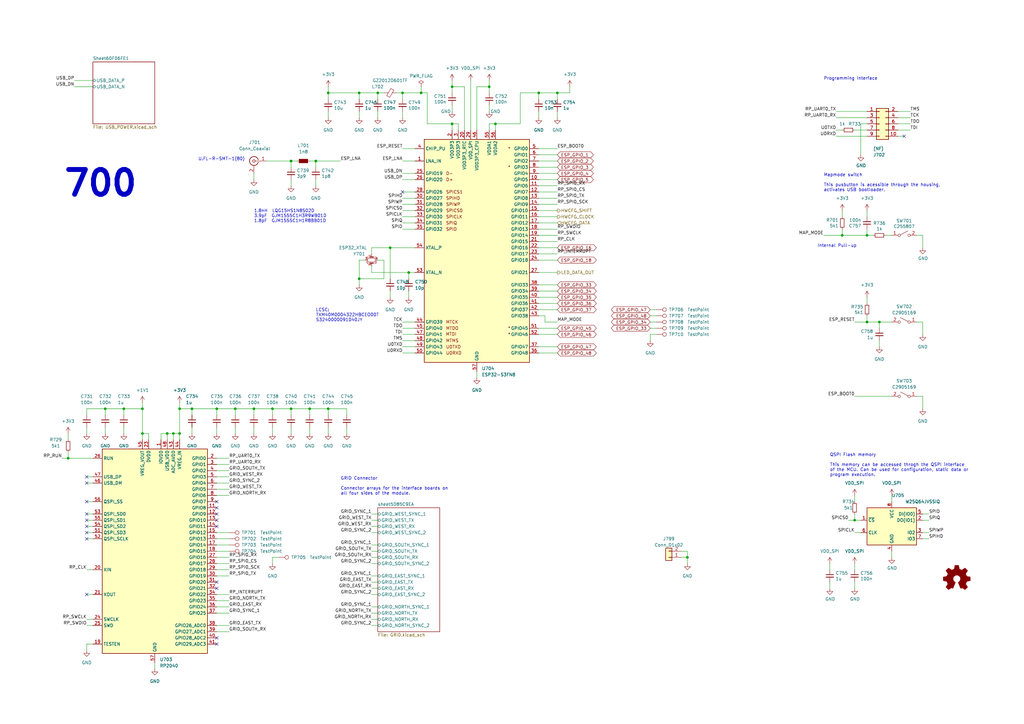
<source format=kicad_sch>
(kicad_sch (version 20230121) (generator eeschema)
  (paper "A3")
  (junction (at 88.9 167.64))
  (junction (at 129.54 66.04))
  (junction (at 220.98 38.1))
  (junction (at 71.12 177.8))
  (junction (at 147.32 38.1))
  (junction (at 58.42 177.8))
  (junction (at 172.72 38.1))
  (junction (at 167.64 111.76))
  (junction (at 73.66 177.8))
  (junction (at 147.32 114.3))
  (junction (at 127 167.64))
  (junction (at 73.66 167.64))
  (junction (at 27.94 187.96))
  (junction (at 185.42 50.8))
  (junction (at 350.52 213.36))
  (junction (at 154.94 38.1))
  (junction (at 160.02 101.6))
  (junction (at 355.6 132.08))
  (junction (at 134.62 167.64))
  (junction (at 50.8 167.64))
  (junction (at 119.38 167.64))
  (junction (at 200.66 35.56))
  (junction (at 68.58 177.8))
  (junction (at 96.52 167.64))
  (junction (at 111.76 167.64))
  (junction (at 43.18 167.64))
  (junction (at 104.14 167.64))
  (junction (at 228.6 38.1))
  (junction (at 134.62 38.1))
  (junction (at 58.42 167.64))
  (junction (at 203.2 50.8))
  (junction (at 185.42 35.56))
  (junction (at 78.74 167.64))
  (junction (at 355.6 96.52))
  (junction (at 360.68 132.08))
  (junction (at 345.44 96.52))
  (junction (at 281.94 228.6))
  (junction (at 119.38 66.04))
  (junction (at 165.1 38.1))
  (no_connect (at 370.84 55.88))
  (no_connect (at 165.1 78.74))
  (no_connect (at 35.56 210.82))
  (no_connect (at 35.56 205.74))
  (no_connect (at 35.56 213.36))
  (no_connect (at 35.56 243.84))
  (no_connect (at 35.56 220.98))
  (no_connect (at 35.56 215.9))
  (no_connect (at 35.56 218.44))
  (no_connect (at 35.56 198.12))
  (no_connect (at 35.56 195.58))
  (no_connect (at 88.9 264.16))
  (no_connect (at 88.9 261.62))
  (no_connect (at 88.9 238.76))
  (no_connect (at 88.9 241.3))
  (no_connect (at 88.9 215.9))
  (no_connect (at 88.9 213.36))
  (no_connect (at 88.9 210.82))
  (no_connect (at 88.9 208.28))
  (no_connect (at 88.9 205.74))
  (wire (pts (xy 73.66 167.64) (xy 78.74 167.64)))
  (wire (pts (xy 355.6 121.92) (xy 355.6 124.46)))
  (wire (pts (xy 35.56 198.12) (xy 38.1 198.12)))
  (wire (pts (xy 88.9 218.44) (xy 93.98 218.44)))
  (wire (pts (xy 213.36 38.1) (xy 220.98 38.1)))
  (wire (pts (xy 119.38 175.26) (xy 119.38 177.8)))
  (wire (pts (xy 58.42 180.34) (xy 58.42 177.8)))
  (wire (pts (xy 27.94 187.96) (xy 38.1 187.96)))
  (wire (pts (xy 165.1 93.98) (xy 170.18 93.98)))
  (wire (pts (xy 203.2 50.8) (xy 203.2 53.34)))
  (wire (pts (xy 360.68 139.7) (xy 360.68 142.24)))
  (wire (pts (xy 167.64 111.76) (xy 167.64 114.3)))
  (wire (pts (xy 228.6 38.1) (xy 220.98 38.1)))
  (wire (pts (xy 73.66 180.34) (xy 73.66 177.8)))
  (wire (pts (xy 154.94 228.6) (xy 152.4 228.6)))
  (wire (pts (xy 127 175.26) (xy 127 177.8)))
  (wire (pts (xy 350.52 162.56) (xy 365.76 162.56)))
  (wire (pts (xy 58.42 177.8) (xy 58.42 167.64)))
  (wire (pts (xy 88.9 231.14) (xy 93.98 231.14)))
  (wire (pts (xy 355.6 93.98) (xy 355.6 96.52)))
  (wire (pts (xy 266.7 134.62) (xy 269.24 134.62)))
  (wire (pts (xy 147.32 38.1) (xy 154.94 38.1)))
  (wire (pts (xy 104.14 175.26) (xy 104.14 177.8)))
  (wire (pts (xy 360.68 132.08) (xy 355.6 132.08)))
  (wire (pts (xy 165.1 137.16) (xy 170.18 137.16)))
  (wire (pts (xy 43.18 167.64) (xy 50.8 167.64)))
  (wire (pts (xy 63.5 271.78) (xy 63.5 274.32)))
  (wire (pts (xy 88.9 226.06) (xy 93.98 226.06)))
  (wire (pts (xy 345.44 53.34) (xy 342.9 53.34)))
  (wire (pts (xy 233.68 35.56) (xy 233.68 38.1)))
  (wire (pts (xy 96.52 170.18) (xy 96.52 167.64)))
  (wire (pts (xy 220.98 106.68) (xy 228.6 106.68)))
  (wire (pts (xy 154.94 218.44) (xy 152.4 218.44)))
  (wire (pts (xy 152.4 104.14) (xy 152.4 101.6)))
  (wire (pts (xy 88.9 220.98) (xy 93.98 220.98)))
  (wire (pts (xy 220.98 63.5) (xy 228.6 63.5)))
  (wire (pts (xy 134.62 45.72) (xy 134.62 48.26)))
  (wire (pts (xy 220.98 119.38) (xy 228.6 119.38)))
  (wire (pts (xy 154.94 106.68) (xy 157.48 106.68)))
  (wire (pts (xy 203.2 50.8) (xy 213.36 50.8)))
  (wire (pts (xy 165.1 86.36) (xy 170.18 86.36)))
  (wire (pts (xy 160.02 101.6) (xy 170.18 101.6)))
  (wire (pts (xy 35.56 195.58) (xy 38.1 195.58)))
  (wire (pts (xy 88.9 246.38) (xy 93.98 246.38)))
  (wire (pts (xy 152.4 111.76) (xy 167.64 111.76)))
  (wire (pts (xy 279.4 228.6) (xy 281.94 228.6)))
  (wire (pts (xy 134.62 175.26) (xy 134.62 177.8)))
  (wire (pts (xy 353.06 50.8) (xy 353.06 63.5)))
  (wire (pts (xy 96.52 175.26) (xy 96.52 177.8)))
  (wire (pts (xy 88.9 248.92) (xy 93.98 248.92)))
  (wire (pts (xy 355.6 86.36) (xy 355.6 88.9)))
  (wire (pts (xy 365.76 203.2) (xy 365.76 205.74)))
  (wire (pts (xy 266.7 132.08) (xy 269.24 132.08)))
  (wire (pts (xy 35.56 210.82) (xy 38.1 210.82)))
  (wire (pts (xy 165.1 38.1) (xy 172.72 38.1)))
  (wire (pts (xy 220.98 144.78) (xy 228.6 144.78)))
  (wire (pts (xy 350.52 203.2) (xy 350.52 205.74)))
  (wire (pts (xy 88.9 187.96) (xy 93.98 187.96)))
  (wire (pts (xy 378.46 162.56) (xy 375.92 162.56)))
  (wire (pts (xy 220.98 88.9) (xy 228.6 88.9)))
  (wire (pts (xy 35.56 220.98) (xy 38.1 220.98)))
  (wire (pts (xy 220.98 101.6) (xy 228.6 101.6)))
  (wire (pts (xy 378.46 218.44) (xy 381 218.44)))
  (wire (pts (xy 154.94 45.72) (xy 154.94 48.26)))
  (wire (pts (xy 35.56 213.36) (xy 38.1 213.36)))
  (wire (pts (xy 172.72 38.1) (xy 175.26 38.1)))
  (wire (pts (xy 88.9 259.08) (xy 93.98 259.08)))
  (wire (pts (xy 337.82 96.52) (xy 345.44 96.52)))
  (wire (pts (xy 35.56 233.68) (xy 38.1 233.68)))
  (wire (pts (xy 195.58 35.56) (xy 195.58 53.34)))
  (wire (pts (xy 104.14 170.18) (xy 104.14 167.64)))
  (wire (pts (xy 165.1 83.82) (xy 170.18 83.82)))
  (wire (pts (xy 147.32 106.68) (xy 149.86 106.68)))
  (wire (pts (xy 220.98 129.54) (xy 223.52 129.54)))
  (wire (pts (xy 88.9 223.52) (xy 93.98 223.52)))
  (wire (pts (xy 167.64 119.38) (xy 167.64 121.92)))
  (wire (pts (xy 68.58 177.8) (xy 71.12 177.8)))
  (wire (pts (xy 187.96 53.34) (xy 187.96 50.8)))
  (wire (pts (xy 345.44 93.98) (xy 345.44 96.52)))
  (wire (pts (xy 350.52 231.14) (xy 350.52 233.68)))
  (wire (pts (xy 154.94 223.52) (xy 152.4 223.52)))
  (wire (pts (xy 172.72 35.56) (xy 172.72 38.1)))
  (wire (pts (xy 88.9 200.66) (xy 93.98 200.66)))
  (wire (pts (xy 378.46 96.52) (xy 378.46 101.6)))
  (wire (pts (xy 165.1 142.24) (xy 170.18 142.24)))
  (wire (pts (xy 223.52 132.08) (xy 228.6 132.08)))
  (wire (pts (xy 111.76 167.64) (xy 119.38 167.64)))
  (wire (pts (xy 152.4 101.6) (xy 160.02 101.6)))
  (wire (pts (xy 35.56 175.26) (xy 35.56 177.8)))
  (wire (pts (xy 165.1 91.44) (xy 170.18 91.44)))
  (wire (pts (xy 154.94 241.3) (xy 152.4 241.3)))
  (wire (pts (xy 58.42 165.1) (xy 58.42 167.64)))
  (wire (pts (xy 228.6 60.96) (xy 220.98 60.96)))
  (wire (pts (xy 147.32 114.3) (xy 147.32 116.84)))
  (wire (pts (xy 134.62 167.64) (xy 142.24 167.64)))
  (wire (pts (xy 220.98 83.82) (xy 228.6 83.82)))
  (wire (pts (xy 109.22 66.04) (xy 119.38 66.04)))
  (wire (pts (xy 165.1 144.78) (xy 170.18 144.78)))
  (wire (pts (xy 88.9 198.12) (xy 93.98 198.12)))
  (wire (pts (xy 350.52 213.36) (xy 347.98 213.36)))
  (wire (pts (xy 88.9 228.6) (xy 93.98 228.6)))
  (wire (pts (xy 35.56 256.54) (xy 38.1 256.54)))
  (wire (pts (xy 375.92 96.52) (xy 378.46 96.52)))
  (wire (pts (xy 350.52 132.08) (xy 355.6 132.08)))
  (wire (pts (xy 213.36 38.1) (xy 213.36 50.8)))
  (wire (pts (xy 88.9 170.18) (xy 88.9 167.64)))
  (wire (pts (xy 378.46 210.82) (xy 381 210.82)))
  (wire (pts (xy 281.94 226.06) (xy 279.4 226.06)))
  (wire (pts (xy 73.66 177.8) (xy 73.66 167.64)))
  (wire (pts (xy 165.1 81.28) (xy 170.18 81.28)))
  (wire (pts (xy 154.94 213.36) (xy 152.4 213.36)))
  (wire (pts (xy 355.6 129.54) (xy 355.6 132.08)))
  (wire (pts (xy 228.6 45.72) (xy 228.6 48.26)))
  (wire (pts (xy 353.06 218.44) (xy 350.52 218.44)))
  (wire (pts (xy 165.1 45.72) (xy 165.1 48.26)))
  (wire (pts (xy 190.5 35.56) (xy 190.5 53.34)))
  (wire (pts (xy 368.3 45.72) (xy 373.38 45.72)))
  (wire (pts (xy 185.42 35.56) (xy 185.42 38.1)))
  (wire (pts (xy 266.7 137.16) (xy 269.24 137.16)))
  (wire (pts (xy 88.9 251.46) (xy 93.98 251.46)))
  (wire (pts (xy 370.84 55.88) (xy 368.3 55.88)))
  (wire (pts (xy 35.56 254) (xy 38.1 254)))
  (wire (pts (xy 165.1 60.96) (xy 170.18 60.96)))
  (wire (pts (xy 142.24 175.26) (xy 142.24 177.8)))
  (wire (pts (xy 43.18 170.18) (xy 43.18 167.64)))
  (wire (pts (xy 88.9 203.2) (xy 93.98 203.2)))
  (wire (pts (xy 129.54 66.04) (xy 127 66.04)))
  (wire (pts (xy 200.66 50.8) (xy 203.2 50.8)))
  (wire (pts (xy 111.76 175.26) (xy 111.76 177.8)))
  (wire (pts (xy 200.66 50.8) (xy 200.66 53.34)))
  (wire (pts (xy 119.38 66.04) (xy 121.92 66.04)))
  (wire (pts (xy 154.94 226.06) (xy 152.4 226.06)))
  (wire (pts (xy 160.02 119.38) (xy 160.02 121.92)))
  (wire (pts (xy 88.9 243.84) (xy 93.98 243.84)))
  (wire (pts (xy 88.9 256.54) (xy 93.98 256.54)))
  (wire (pts (xy 355.6 53.34) (xy 350.52 53.34)))
  (wire (pts (xy 154.94 238.76) (xy 152.4 238.76)))
  (wire (pts (xy 165.1 134.62) (xy 170.18 134.62)))
  (wire (pts (xy 154.94 231.14) (xy 152.4 231.14)))
  (wire (pts (xy 378.46 167.64) (xy 378.46 162.56)))
  (wire (pts (xy 88.9 175.26) (xy 88.9 177.8)))
  (wire (pts (xy 147.32 38.1) (xy 147.32 40.64)))
  (wire (pts (xy 281.94 228.6) (xy 281.94 226.06)))
  (wire (pts (xy 185.42 43.18) (xy 185.42 45.72)))
  (wire (pts (xy 119.38 170.18) (xy 119.38 167.64)))
  (wire (pts (xy 104.14 71.12) (xy 104.14 73.66)))
  (wire (pts (xy 68.58 177.8) (xy 68.58 180.34)))
  (wire (pts (xy 35.56 170.18) (xy 35.56 167.64)))
  (wire (pts (xy 154.94 40.64) (xy 154.94 38.1)))
  (wire (pts (xy 185.42 50.8) (xy 175.26 50.8)))
  (wire (pts (xy 368.3 50.8) (xy 373.38 50.8)))
  (wire (pts (xy 220.98 137.16) (xy 228.6 137.16)))
  (wire (pts (xy 165.1 139.7) (xy 170.18 139.7)))
  (wire (pts (xy 154.94 243.84) (xy 152.4 243.84)))
  (wire (pts (xy 71.12 177.8) (xy 71.12 180.34)))
  (wire (pts (xy 342.9 48.26) (xy 355.6 48.26)))
  (wire (pts (xy 88.9 233.68) (xy 93.98 233.68)))
  (wire (pts (xy 378.46 132.08) (xy 375.92 132.08)))
  (wire (pts (xy 154.94 236.22) (xy 152.4 236.22)))
  (wire (pts (xy 233.68 38.1) (xy 228.6 38.1)))
  (wire (pts (xy 35.56 167.64) (xy 43.18 167.64)))
  (wire (pts (xy 88.9 190.5) (xy 93.98 190.5)))
  (wire (pts (xy 342.9 45.72) (xy 355.6 45.72)))
  (wire (pts (xy 340.36 241.3) (xy 340.36 238.76)))
  (wire (pts (xy 60.96 180.34) (xy 60.96 177.8)))
  (wire (pts (xy 281.94 231.14) (xy 281.94 228.6)))
  (wire (pts (xy 96.52 167.64) (xy 104.14 167.64)))
  (wire (pts (xy 104.14 167.64) (xy 111.76 167.64)))
  (wire (pts (xy 27.94 185.42) (xy 27.94 187.96)))
  (wire (pts (xy 190.5 35.56) (xy 185.42 35.56)))
  (wire (pts (xy 220.98 38.1) (xy 220.98 40.64)))
  (wire (pts (xy 340.36 231.14) (xy 340.36 233.68)))
  (wire (pts (xy 35.56 215.9) (xy 38.1 215.9)))
  (wire (pts (xy 43.18 175.26) (xy 43.18 177.8)))
  (wire (pts (xy 165.1 88.9) (xy 170.18 88.9)))
  (wire (pts (xy 35.56 264.16) (xy 35.56 266.7)))
  (wire (pts (xy 127 167.64) (xy 134.62 167.64)))
  (wire (pts (xy 200.66 35.56) (xy 200.66 38.1)))
  (wire (pts (xy 154.94 256.54) (xy 152.4 256.54)))
  (wire (pts (xy 170.18 71.12) (xy 165.1 71.12)))
  (wire (pts (xy 152.4 210.82) (xy 154.94 210.82)))
  (wire (pts (xy 220.98 127) (xy 228.6 127)))
  (wire (pts (xy 152.4 111.76) (xy 152.4 109.22)))
  (wire (pts (xy 220.98 78.74) (xy 228.6 78.74)))
  (wire (pts (xy 147.32 45.72) (xy 147.32 48.26)))
  (wire (pts (xy 365.76 228.6) (xy 365.76 226.06)))
  (wire (pts (xy 220.98 93.98) (xy 228.6 93.98)))
  (wire (pts (xy 185.42 33.02) (xy 185.42 35.56)))
  (wire (pts (xy 134.62 170.18) (xy 134.62 167.64)))
  (wire (pts (xy 345.44 96.52) (xy 355.6 96.52)))
  (wire (pts (xy 154.94 248.92) (xy 152.4 248.92)))
  (wire (pts (xy 154.94 251.46) (xy 152.4 251.46)))
  (wire (pts (xy 50.8 167.64) (xy 58.42 167.64)))
  (wire (pts (xy 142.24 170.18) (xy 142.24 167.64)))
  (wire (pts (xy 220.98 71.12) (xy 228.6 71.12)))
  (wire (pts (xy 88.9 167.64) (xy 96.52 167.64)))
  (wire (pts (xy 378.46 213.36) (xy 381 213.36)))
  (wire (pts (xy 88.9 236.22) (xy 93.98 236.22)))
  (wire (pts (xy 165.1 78.74) (xy 170.18 78.74)))
  (wire (pts (xy 175.26 38.1) (xy 175.26 50.8)))
  (wire (pts (xy 35.56 243.84) (xy 38.1 243.84)))
  (wire (pts (xy 195.58 35.56) (xy 200.66 35.56)))
  (wire (pts (xy 88.9 193.04) (xy 93.98 193.04)))
  (wire (pts (xy 193.04 33.02) (xy 193.04 53.34)))
  (wire (pts (xy 220.98 134.62) (xy 228.6 134.62)))
  (wire (pts (xy 378.46 220.98) (xy 381 220.98)))
  (wire (pts (xy 129.54 66.04) (xy 139.7 66.04)))
  (wire (pts (xy 220.98 81.28) (xy 228.6 81.28)))
  (wire (pts (xy 353.06 50.8) (xy 355.6 50.8)))
  (wire (pts (xy 25.4 187.96) (xy 27.94 187.96)))
  (wire (pts (xy 266.7 129.54) (xy 269.24 129.54)))
  (wire (pts (xy 119.38 66.04) (xy 119.38 68.58)))
  (wire (pts (xy 228.6 38.1) (xy 228.6 40.64)))
  (wire (pts (xy 373.38 48.26) (xy 368.3 48.26)))
  (wire (pts (xy 50.8 167.64) (xy 50.8 170.18)))
  (wire (pts (xy 170.18 73.66) (xy 165.1 73.66)))
  (wire (pts (xy 157.48 114.3) (xy 147.32 114.3)))
  (wire (pts (xy 147.32 114.3) (xy 147.32 106.68)))
  (wire (pts (xy 129.54 68.58) (xy 129.54 66.04)))
  (wire (pts (xy 35.56 205.74) (xy 38.1 205.74)))
  (wire (pts (xy 160.02 101.6) (xy 160.02 114.3)))
  (wire (pts (xy 220.98 86.36) (xy 228.6 86.36)))
  (wire (pts (xy 373.38 53.34) (xy 368.3 53.34)))
  (wire (pts (xy 78.74 175.26) (xy 78.74 177.8)))
  (wire (pts (xy 220.98 116.84) (xy 228.6 116.84)))
  (wire (pts (xy 71.12 177.8) (xy 73.66 177.8)))
  (wire (pts (xy 220.98 68.58) (xy 228.6 68.58)))
  (wire (pts (xy 345.44 86.36) (xy 345.44 88.9)))
  (wire (pts (xy 134.62 35.56) (xy 134.62 38.1)))
  (wire (pts (xy 350.52 241.3) (xy 350.52 238.76)))
  (wire (pts (xy 200.66 33.02) (xy 200.66 35.56)))
  (wire (pts (xy 266.7 139.7) (xy 266.7 137.16)))
  (wire (pts (xy 220.98 96.52) (xy 228.6 96.52)))
  (wire (pts (xy 195.58 152.4) (xy 195.58 154.94)))
  (wire (pts (xy 365.76 132.08) (xy 360.68 132.08)))
  (wire (pts (xy 38.1 33.02) (xy 30.48 33.02)))
  (wire (pts (xy 220.98 111.76) (xy 228.6 111.76)))
  (wire (pts (xy 78.74 167.64) (xy 88.9 167.64)))
  (wire (pts (xy 127 170.18) (xy 127 167.64)))
  (wire (pts (xy 119.38 73.66) (xy 119.38 76.2)))
  (wire (pts (xy 165.1 66.04) (xy 170.18 66.04)))
  (wire (pts (xy 220.98 142.24) (xy 228.6 142.24)))
  (wire (pts (xy 355.6 96.52) (xy 358.14 96.52)))
  (wire (pts (xy 88.9 195.58) (xy 93.98 195.58)))
  (wire (pts (xy 60.96 177.8) (xy 58.42 177.8)))
  (wire (pts (xy 50.8 175.26) (xy 50.8 177.8)))
  (wire (pts (xy 187.96 50.8) (xy 185.42 50.8)))
  (wire (pts (xy 154.94 38.1) (xy 157.48 38.1)))
  (wire (pts (xy 165.1 38.1) (xy 165.1 40.64)))
  (wire (pts (xy 78.74 167.64) (xy 78.74 170.18)))
  (wire (pts (xy 157.48 106.68) (xy 157.48 114.3)))
  (wire (pts (xy 220.98 73.66) (xy 228.6 73.66)))
  (wire (pts (xy 220.98 99.06) (xy 228.6 99.06)))
  (wire (pts (xy 27.94 177.8) (xy 27.94 180.34)))
  (wire (pts (xy 167.64 111.76) (xy 170.18 111.76)))
  (wire (pts (xy 111.76 170.18) (xy 111.76 167.64)))
  (wire (pts (xy 220.98 45.72) (xy 220.98 48.26)))
  (wire (pts (xy 220.98 124.46) (xy 228.6 124.46)))
  (wire (pts (xy 266.7 127) (xy 269.24 127)))
  (wire (pts (xy 66.04 180.34) (xy 66.04 177.8)))
  (wire (pts (xy 129.54 73.66) (xy 129.54 76.2)))
  (wire (pts (xy 152.4 215.9) (xy 154.94 215.9)))
  (wire (pts (xy 35.56 218.44) (xy 38.1 218.44)))
  (wire (pts (xy 119.38 167.64) (xy 127 167.64)))
  (wire (pts (xy 30.48 35.56) (xy 38.1 35.56)))
  (wire (pts (xy 220.98 66.04) (xy 228.6 66.04)))
  (wire (pts (xy 220.98 91.44) (xy 228.6 91.44)))
  (wire (pts (xy 220.98 121.92) (xy 228.6 121.92)))
  (wire (pts (xy 353.06 213.36) (xy 350.52 213.36)))
  (wire (pts (xy 154.94 254) (xy 152.4 254)))
  (wire (pts (xy 378.46 137.16) (xy 378.46 132.08)))
  (wire (pts (xy 73.66 165.1) (xy 73.66 167.64)))
  (wire (pts (xy 342.9 55.88) (xy 355.6 55.88)))
  (wire (pts (xy 162.56 38.1) (xy 165.1 38.1)))
  (wire (pts (xy 111.76 231.14) (xy 111.76 228.6)))
  (wire (pts (xy 200.66 43.18) (xy 200.66 45.72)))
  (wire (pts (xy 134.62 38.1) (xy 134.62 40.64)))
  (wire (pts (xy 185.42 50.8) (xy 185.42 53.34)))
  (wire (pts (xy 360.68 132.08) (xy 360.68 134.62)))
  (wire (pts (xy 350.52 210.82) (xy 350.52 213.36)))
  (wire (pts (xy 66.04 177.8) (xy 68.58 177.8)))
  (wire (pts (xy 35.56 264.16) (xy 38.1 264.16)))
  (wire (pts (xy 363.22 96.52) (xy 365.76 96.52)))
  (wire (pts (xy 165.1 132.08) (xy 170.18 132.08)))
  (wire (pts (xy 220.98 76.2) (xy 228.6 76.2)))
  (wire (pts (xy 220.98 104.14) (xy 228.6 104.14)))
  (wire (pts (xy 111.76 228.6) (xy 114.3 228.6)))
  (wire (pts (xy 134.62 38.1) (xy 147.32 38.1)))
  (wire (pts (xy 223.52 129.54) (xy 223.52 132.08)))
  (text "Mapmode switch\n\nThis pusbutton is acessible through the housing, \nactivates USB bootloader." (at 337.82 78.74 0) (effects (font (size 1.27 1.27)) (justify left bottom)))
  (text "700" (at 25.4 81.28 0) (effects (font (size 10.16 10.16) (thickness 2.032) bold) (justify left bottom)))
  (text "LCSC:\nTXM40M0004322HBCEO00T\nS3240000091040JY" (at 129.54 132.08 0) (effects (font (size 1.27 1.27)) (justify left bottom)))
  (text "1.8nH  LQG15HS1N8S02D\n3.9pF  GJM1555C1H3R9WB01D\n1.8pF  GJM1555C1H1R8BB01D" (at 104.14 91.44 0) (effects (font (size 1.27 1.27)) (justify left bottom)))
  (text "QSPI Flash memory\n\nThis memory can be accessed throgh the QSPI interface\nof the MCU. Can be used for configuration, static data or\nprogram execution." (at 340.36 195.58 0) (effects (font (size 1.27 1.27)) (justify left bottom)))
  (text "Internal Pull-up" (at 335.28 101.6 0) (effects (font (size 1.27 1.27)) (justify left bottom)))
  (text "GRID Connector\n\nConnector arrays for the interface boards on \nall four sides of the module." (at 139.7 203.2 0) (effects (font (size 1.27 1.27)) (justify left bottom)))
  (text "U.FL-R-SMT-1(80) " (at 81.28 66.04 0) (effects (font (size 1.27 1.27)) (justify left bottom)))
  (text "Programming Interface\n" (at 337.82 33.02 0) (effects (font (size 1.27 1.27)) (justify left bottom)))
  (label "RP_SPI0_CS" (at 93.98 231.14 0))
  (label "GRID_SYNC_1" (at 152.4 223.52 180))
  (label "GRID_EAST_TX" (at 93.98 256.54 0))
  (label "RP_SPI0_RX" (at 93.98 228.6 0))
  (label "GRID_SOUTH_TX" (at 152.4 226.06 180))
  (label "SPICS0" (at 165.1 86.36 180))
  (label "GRID_SYNC_2" (at 152.4 218.44 180))
  (label "GRID_NORTH_TX" (at 93.98 246.38 0))
  (label "GRID_NORTH_TX" (at 152.4 251.46 180))
  (label "GRID_SYNC_2" (at 152.4 256.54 180))
  (label "MAP_MODE" (at 337.82 96.52 180))
  (label "U0TXD" (at 165.1 142.24 180))
  (label "SPICS0" (at 347.98 213.36 180))
  (label "TMS" (at 165.1 139.7 180))
  (label "TCK" (at 165.1 132.08 180))
  (label "GRID_NORTH_RX" (at 93.98 203.2 0))
  (label "RP_SWCLK" (at 35.56 254 180))
  (label "RP_SPI0_RX" (at 228.6 76.2 0))
  (label "GRID_SYNC_1" (at 152.4 210.82 180))
  (label "SPIQ" (at 165.1 91.44 180))
  (label "RP_SPI0_TX" (at 93.98 236.22 0))
  (label "GRID_SYNC_1" (at 152.4 236.22 180))
  (label "U0RXD" (at 165.1 144.78 180))
  (label "TDO" (at 165.1 134.62 180))
  (label "U0RXD" (at 342.9 55.88 180))
  (label "GRID_SOUTH_RX" (at 93.98 259.08 0))
  (label "GRID_SYNC_2" (at 152.4 243.84 180))
  (label "SPIQ" (at 381 213.36 0))
  (label "RP_SPI0_TX" (at 228.6 81.28 0))
  (label "GRID_WEST_RX" (at 152.4 215.9 180))
  (label "GRID_WEST_RX" (at 93.98 195.58 0))
  (label "RP_SWDIO" (at 228.6 93.98 0))
  (label "RP_SWDIO" (at 35.56 256.54 180))
  (label "RP_CLK" (at 35.56 233.68 180))
  (label "RP_SWCLK" (at 228.6 96.52 0))
  (label "RP_SPI0_SCK" (at 93.98 233.68 0))
  (label "RP_UART0_TX" (at 93.98 187.96 0))
  (label "SPID" (at 165.1 93.98 180))
  (label "U0TXD" (at 342.9 53.34 180))
  (label "SPID" (at 381 210.82 0))
  (label "ESP_BOOT0" (at 228.6 60.96 0))
  (label "TDO" (at 373.38 50.8 0))
  (label "TDI" (at 165.1 137.16 180))
  (label "GRID_WEST_TX" (at 93.98 200.66 0))
  (label "RP_INTERRUPT" (at 228.6 104.14 0))
  (label "RP_SPI0_SCK" (at 228.6 83.82 0))
  (label "GRID_EAST_RX" (at 93.98 248.92 0))
  (label "USB_DN" (at 165.1 71.12 180))
  (label "USB_DN" (at 30.48 35.56 180))
  (label "SPIHD" (at 165.1 81.28 180))
  (label "ESP_RESET" (at 165.1 60.96 180))
  (label "TMS" (at 373.38 45.72 0))
  (label "SPIHD" (at 381 220.98 0))
  (label "ESP_LNA" (at 139.7 66.04 0))
  (label "ESP_BOOT0" (at 350.52 162.56 180))
  (label "RP_UART0_TX" (at 342.9 45.72 180))
  (label "RP_INTERRUPT" (at 93.98 243.84 0))
  (label "GRID_EAST_RX" (at 152.4 241.3 180))
  (label "USB_DP" (at 165.1 73.66 180))
  (label "GRID_SOUTH_TX" (at 93.98 193.04 0))
  (label "GRID_EAST_TX" (at 152.4 238.76 180))
  (label "SPICLK" (at 350.52 218.44 180))
  (label "RP_SPI0_CS" (at 228.6 78.74 0))
  (label "RP_UART0_RX" (at 342.9 48.26 180))
  (label "TCK" (at 373.38 48.26 0))
  (label "RP_RUN" (at 25.4 187.96 180))
  (label "RP_CLK" (at 228.6 99.06 0))
  (label "TDI" (at 373.38 53.34 0))
  (label "GRID_SYNC_1" (at 93.98 251.46 0))
  (label "ESP_RESET" (at 350.52 132.08 180))
  (label "GRID_SOUTH_RX" (at 152.4 228.6 180))
  (label "SPIWP" (at 165.1 83.82 180))
  (label "MAP_MODE" (at 228.6 132.08 0))
  (label "USB_DP" (at 30.48 33.02 180))
  (label "SPICLK" (at 165.1 88.9 180))
  (label "ESP_LNA" (at 165.1 66.04 180))
  (label "GRID_SYNC_1" (at 152.4 248.92 180))
  (label "RP_UART0_RX" (at 93.98 190.5 0))
  (label "SPIWP" (at 381 218.44 0))
  (label "GRID_NORTH_RX" (at 152.4 254 180))
  (label "GRID_SYNC_2" (at 93.98 198.12 0))
  (label "GRID_SYNC_2" (at 152.4 231.14 180))
  (label "GRID_WEST_TX" (at 152.4 213.36 180))
  (global_label "ESP_GPIO_33" (shape bidirectional) (at 228.6 116.84 0) (property "Intersheetrefs" "${INTERSHEET_REFS}" (effects hide)))
  (global_label "ESP_GPIO_16" (shape bidirectional) (at 228.6 101.6 0) (property "Intersheetrefs" "${INTERSHEET_REFS}" (effects hide)))
  (global_label "ESP_GPIO_34" (shape bidirectional) (at 266.7 132.08 180) (property "Intersheetrefs" "${INTERSHEET_REFS}" (effects hide)))
  (global_label "ESP_GPIO_47" (shape bidirectional) (at 266.7 127 180) (property "Intersheetrefs" "${INTERSHEET_REFS}" (effects hide)))
  (global_label "ESP_GPIO_48" (shape bidirectional) (at 228.6 144.78 0) (property "Intersheetrefs" "${INTERSHEET_REFS}" (effects hide)))
  (global_label "ESP_GPIO_2" (shape bidirectional) (at 228.6 66.04 0) (property "Intersheetrefs" "${INTERSHEET_REFS}" (effects hide)))
  (global_label "ESP_GPIO_4" (shape bidirectional) (at 228.6 71.12 0) (property "Intersheetrefs" "${INTERSHEET_REFS}" (effects hide)))
  (global_label "ESP_GPIO_1" (shape bidirectional) (at 228.6 63.5 0) (property "Intersheetrefs" "${INTERSHEET_REFS}" (effects hide)))
  (global_label "ESP_GPIO_45" (shape bidirectional) (at 228.6 134.62 0) (property "Intersheetrefs" "${INTERSHEET_REFS}" (effects hide)))
  (global_label "ESP_GPIO_36" (shape bidirectional) (at 228.6 124.46 0) (property "Intersheetrefs" "${INTERSHEET_REFS}" (effects hide)))
  (global_label "ESP_GPIO_18" (shape bidirectional) (at 228.6 106.68 0) (property "Intersheetrefs" "${INTERSHEET_REFS}" (effects hide)))
  (global_label "ESP_GPIO_5" (shape bidirectional) (at 228.6 73.66 0) (property "Intersheetrefs" "${INTERSHEET_REFS}" (effects hide)))
  (global_label "ESP_GPIO_46" (shape bidirectional) (at 228.6 137.16 0) (property "Intersheetrefs" "${INTERSHEET_REFS}" (effects hide)))
  (global_label "ESP_GPIO_48" (shape bidirectional) (at 266.7 129.54 180) (property "Intersheetrefs" "${INTERSHEET_REFS}" (effects hide)))
  (global_label "ESP_GPIO_33" (shape bidirectional) (at 266.7 134.62 180) (property "Intersheetrefs" "${INTERSHEET_REFS}" (effects hide)))
  (global_label "ESP_GPIO_35" (shape bidirectional) (at 228.6 121.92 0) (property "Intersheetrefs" "${INTERSHEET_REFS}" (effects hide)))
  (global_label "ESP_GPIO_34" (shape bidirectional) (at 228.6 119.38 0) (property "Intersheetrefs" "${INTERSHEET_REFS}" (effects hide)))
  (global_label "ESP_GPIO_3" (shape bidirectional) (at 228.6 68.58 0) (property "Intersheetrefs" "${INTERSHEET_REFS}" (effects hide)))
  (global_label "ESP_GPIO_47" (shape bidirectional) (at 228.6 142.24 0) (property "Intersheetrefs" "${INTERSHEET_REFS}" (effects hide)))
  (global_label "ESP_GPIO_37" (shape bidirectional) (at 228.6 127 0) (property "Intersheetrefs" "${INTERSHEET_REFS}" (effects hide)))
  (hierarchical_label "HWCFG_CLOCK" (shape output) (at 228.6 88.9 0))
  (hierarchical_label "HWCFG_DATA" (shape input) (at 228.6 91.44 0))
  (hierarchical_label "HWCFG_SHIFT" (shape output) (at 228.6 86.36 0))
  (hierarchical_label "LED_DATA_OUT" (shape output) (at 228.6 111.76 0))
  (symbol (lib_id "suku_basics:U_FLASH_W25Q16JVSSIQ") (at 365.76 215.9 0) (unit 1)
    (property "Reference" "U705" (at 368.3 203.2 0))
    (property "Value" "W25Q64JVSSIQ" (at 378.46 205.74 0))
    (property "Footprint" "suku_basics:SOIC-8W_FLASH" (effects hide))
    (property "Datasheet" "http://www.winbond.com/resource-files/w25q32jv%20revg%2003272018%20plus.pdf" (effects hide))
  )
  (symbol (lib_id "suku_basics:CAP") (at 350.52 236.22 0) (unit 1)
    (property "Reference" "C756" (at 352.8568 235.0516 0) (effects (justify left)))
    (property "Value" "100n" (at 352.8568 237.363 0) (effects (justify left)))
    (property "Footprint" "suku_basics:CAP_0402" (effects hide))
  )
  (symbol (lib_id "power:GND") (at 365.76 228.6 0) (unit 1)
    (property "Reference" "#PWR0843" (effects hide))
    (property "Value" "GND" (at 365.887 232.9942 0))
  )
  (symbol (lib_id "power:GND") (at 350.52 241.3 0) (unit 1)
    (property "Reference" "#PWR0838" (effects hide))
    (property "Value" "GND" (at 350.647 245.6942 0))
  )
  (symbol (lib_id "Switch:SW_SPST") (at 370.84 96.52 0) (unit 1)
    (property "Reference" "SW701" (at 370.84 90.551 0))
    (property "Value" "C255807" (at 370.84 92.8624 0))
    (property "Footprint" "suku_basics:SW_HYP_MAPMODE" (effects hide))
  )
  (symbol (lib_id "suku_basics:RES") (at 360.68 96.52 270) (unit 1)
    (property "Reference" "R736" (at 360.68 91.5416 90))
    (property "Value" "1k" (at 360.68 93.853 90))
    (property "Footprint" "suku_basics:RES_0402" (effects hide))
  )
  (symbol (lib_id "power:GND") (at 378.46 101.6 0) (unit 1)
    (property "Reference" "#PWR0844" (effects hide))
    (property "Value" "GND" (at 378.587 105.9942 0))
  )
  (symbol (lib_id "suku_basics:CAP") (at 355.6 91.44 180) (unit 1)
    (property "Reference" "C757" (at 353.2632 92.6084 0) (effects (justify left)))
    (property "Value" "100n" (at 353.2632 90.297 0) (effects (justify left)))
    (property "Footprint" "suku_basics:CAP_0402" (effects hide))
  )
  (symbol (lib_id "Connector:TestPoint") (at 269.24 137.16 270) (unit 1)
    (property "Reference" "TP710" (at 274.32 137.16 90) (effects (justify left)))
    (property "Value" "TestPoint" (at 281.94 137.16 90) (effects (justify left)))
    (property "Footprint" "TestPoint:TestPoint_Pad_1.0x1.0mm" (effects hide))
  )
  (symbol (lib_id "Connector:TestPoint") (at 93.98 226.06 270) (unit 1)
    (property "Reference" "TP704" (at 99.06 226.06 90) (effects (justify left)))
    (property "Value" "TestPoint" (at 106.68 226.06 90) (effects (justify left)))
    (property "Footprint" "TestPoint:TestPoint_Pad_D1.0mm" (effects hide))
  )
  (symbol (lib_id "suku_basics:CAP") (at 142.24 172.72 0) (unit 1)
    (property "Reference" "C745" (at 139.7 162.56 0) (effects (justify left)))
    (property "Value" "100n" (at 139.7 165.1 0) (effects (justify left)))
    (property "Footprint" "suku_basics:CAP_0402" (effects hide))
  )
  (symbol (lib_id "suku_basics:CAP") (at 200.66 40.64 0) (unit 1)
    (property "Reference" "C752" (at 202.9968 39.4716 0) (effects (justify left)))
    (property "Value" "100n" (at 202.9968 41.783 0) (effects (justify left)))
    (property "Footprint" "suku_basics:CAP_0402" (effects hide))
  )
  (symbol (lib_id "power:GND") (at 63.5 274.32 0) (unit 1)
    (property "Reference" "#PWR0799" (effects hide))
    (property "Value" "GND" (at 63.5 279.4 0))
  )
  (symbol (lib_id "power:GND") (at 43.18 177.8 0) (unit 1)
    (property "Reference" "#PWR0796" (effects hide))
    (property "Value" "GND" (at 43.18 182.88 0))
  )
  (symbol (lib_id "power:+3V3") (at 355.6 121.92 0) (unit 1)
    (property "Reference" "#PWR0835" (effects hide))
    (property "Value" "+3V3" (at 355.6 116.84 0))
  )
  (symbol (lib_id "suku_basics:VDD_SPI") (at 365.76 203.2 0) (unit 1)
    (property "Reference" "#PWR0842" (effects hide))
    (property "Value" "VDD_SPI" (at 365.76 198.12 0))
  )
  (symbol (lib_id "suku_basics:CAP") (at 111.76 172.72 0) (unit 1)
    (property "Reference" "C738" (at 109.22 162.56 0) (effects (justify left)))
    (property "Value" "100n" (at 109.22 165.1 0) (effects (justify left)))
    (property "Footprint" "suku_basics:CAP_0402" (effects hide))
  )
  (symbol (lib_id "suku_basics:RP2040") (at 63.5 226.06 0) (unit 1)
    (property "Reference" "U703" (at 65.5194 270.51 0) (effects (justify left)))
    (property "Value" "RP2040" (at 65.5194 273.05 0) (effects (justify left)))
    (property "Footprint" "suku_basics:RP2040_QFN-56-1EP_7x7mm_P0.4mm_EP3.2x3.2mm" (effects hide))
    (property "Datasheet" "https://datasheets.raspberrypi.com/rp2040/rp2040-datasheet.pdf" (effects hide))
  )
  (symbol (lib_id "power:GND") (at 195.58 154.94 0) (unit 1)
    (property "Reference" "#PWR0825" (effects hide))
    (property "Value" "GND" (at 195.58 160.02 0))
  )
  (symbol (lib_id "Connector:TestPoint") (at 93.98 223.52 270) (unit 1)
    (property "Reference" "TP703" (at 99.06 223.52 90) (effects (justify left)))
    (property "Value" "TestPoint" (at 106.68 223.52 90) (effects (justify left)))
    (property "Footprint" "TestPoint:TestPoint_Pad_D1.0mm" (effects hide))
  )
  (symbol (lib_id "suku_basics:CAP") (at 165.1 43.18 0) (unit 1)
    (property "Reference" "C749" (at 167.4368 42.0116 0) (effects (justify left)))
    (property "Value" "100n" (at 167.4368 44.323 0) (effects (justify left)))
    (property "Footprint" "suku_basics:CAP_0402" (effects hide))
  )
  (symbol (lib_id "power:GND") (at 35.56 266.7 0) (unit 1)
    (property "Reference" "#PWR0795" (effects hide))
    (property "Value" "GND" (at 35.56 271.78 0))
  )
  (symbol (lib_id "Switch:SW_SPST") (at 370.84 132.08 0) (mirror y) (unit 1)
    (property "Reference" "SW702" (at 370.84 125.73 0))
    (property "Value" "C2905169" (at 370.84 128.27 0))
    (property "Footprint" "Button_Switch_SMD:SW_SPST_CK_RS282G05A3" (effects hide))
  )
  (symbol (lib_id "suku_basics:CAP") (at 78.74 172.72 0) (unit 1)
    (property "Reference" "C734" (at 76.2 162.56 0) (effects (justify left)))
    (property "Value" "1u" (at 76.2 165.1 0) (effects (justify left)))
    (property "Footprint" "suku_basics:CAP_0402" (effects hide))
  )
  (symbol (lib_id "power:GND") (at 340.36 241.3 0) (unit 1)
    (property "Reference" "#PWR0834" (effects hide))
    (property "Value" "GND" (at 340.487 245.6942 0))
  )
  (symbol (lib_id "suku_basics:CAP") (at 35.56 172.72 0) (unit 1)
    (property "Reference" "C731" (at 33.02 162.56 0) (effects (justify left)))
    (property "Value" "100n" (at 33.02 165.1 0) (effects (justify left)))
    (property "Footprint" "suku_basics:CAP_0402" (effects hide))
  )
  (symbol (lib_id "suku_basics:INDUCTOR") (at 124.46 66.04 90) (unit 1)
    (property "Reference" "L701" (at 124.46 59.69 90))
    (property "Value" "1n8" (at 124.46 62.23 90))
    (property "Footprint" "suku_basics:IND_0402" (effects hide))
  )
  (symbol (lib_id "suku_basics:CAP") (at 147.32 43.18 0) (unit 1)
    (property "Reference" "C746" (at 149.6568 42.0116 0) (effects (justify left)))
    (property "Value" "1u" (at 149.6568 44.323 0) (effects (justify left)))
    (property "Footprint" "suku_basics:CAP_0402" (effects hide))
  )
  (symbol (lib_id "power:GND") (at 134.62 177.8 0) (unit 1)
    (property "Reference" "#PWR0814" (effects hide))
    (property "Value" "GND" (at 134.62 182.88 0))
  )
  (symbol (lib_id "power:GND") (at 165.1 48.26 0) (unit 1)
    (property "Reference" "#PWR0820" (effects hide))
    (property "Value" "GND" (at 165.1 53.34 0))
  )
  (symbol (lib_id "Connector:TestPoint") (at 269.24 132.08 270) (unit 1)
    (property "Reference" "TP708" (at 274.32 132.08 90) (effects (justify left)))
    (property "Value" "TestPoint" (at 281.94 132.08 90) (effects (justify left)))
    (property "Footprint" "TestPoint:TestPoint_Pad_D1.0mm" (effects hide))
  )
  (symbol (lib_id "Connector:TestPoint") (at 269.24 129.54 270) (unit 1)
    (property "Reference" "TP707" (at 274.32 129.54 90) (effects (justify left)))
    (property "Value" "TestPoint" (at 281.94 129.54 90) (effects (justify left)))
    (property "Footprint" "TestPoint:TestPoint_Pad_D1.0mm" (effects hide))
  )
  (symbol (lib_id "power:GND") (at 104.14 177.8 0) (unit 1)
    (property "Reference" "#PWR0805" (effects hide))
    (property "Value" "GND" (at 104.14 182.88 0))
  )
  (symbol (lib_id "power:GND") (at 147.32 116.84 0) (unit 1)
    (property "Reference" "#PWR0817" (effects hide))
    (property "Value" "GND" (at 147.32 121.92 0))
  )
  (symbol (lib_id "suku_basics:OSHWA") (at 392.43 237.49 0) (unit 1) (in_bom no)
    (property "Reference" "LOGO701" (effects hide))
    (property "Value" "OSHWA" (effects hide))
    (property "Footprint" "suku_basics:OSHWA" (effects hide))
  )
  (symbol (lib_id "suku_basics:CAP") (at 119.38 172.72 0) (unit 1)
    (property "Reference" "C740" (at 116.84 162.56 0) (effects (justify left)))
    (property "Value" "100n" (at 116.84 165.1 0) (effects (justify left)))
    (property "Footprint" "suku_basics:CAP_0402" (effects hide))
  )
  (symbol (lib_id "power:GND") (at 78.74 177.8 0) (unit 1)
    (property "Reference" "#PWR0801" (effects hide))
    (property "Value" "GND" (at 78.74 182.88 0))
  )
  (symbol (lib_id "power:GND") (at 104.14 73.66 0) (unit 1)
    (property "Reference" "#PWR0804" (effects hide))
    (property "Value" "GND" (at 104.14 78.74 0))
  )
  (symbol (lib_id "power:GND") (at 200.66 45.72 0) (unit 1)
    (property "Reference" "#PWR0827" (effects hide))
    (property "Value" "GND" (at 203.2 45.72 0))
  )
  (symbol (lib_id "suku_basics:CAP") (at 167.64 116.84 0) (unit 1)
    (property "Reference" "C750" (at 170.18 115.5762 0) (effects (justify left)))
    (property "Value" "10p" (at 170.18 118.1162 0) (effects (justify left)))
    (property "Footprint" "suku_basics:CAP_0402" (effects hide))
  )
  (symbol (lib_id "suku_basics:ESP32_XTAL") (at 152.4 106.68 270) (unit 1)
    (property "Reference" "Y701" (at 147.32 104.14 90))
    (property "Value" "ESP32_XTAL" (at 144.78 101.6 90))
    (property "Footprint" "Crystal:Crystal_SMD_Abracon_ABM8G-4Pin_3.2x2.5mm" (effects hide))
  )
  (symbol (lib_id "power:GND") (at 142.24 177.8 0) (unit 1)
    (property "Reference" "#PWR0815" (effects hide))
    (property "Value" "GND" (at 142.24 182.88 0))
  )
  (symbol (lib_id "power:GND") (at 353.06 63.5 0) (unit 1)
    (property "Reference" "#PWR0839" (effects hide))
    (property "Value" "GND" (at 353.187 67.8942 0))
  )
  (symbol (lib_id "suku_basics:CAP") (at 134.62 43.18 0) (unit 1)
    (property "Reference" "C743" (at 136.9568 42.0116 0) (effects (justify left)))
    (property "Value" "10u" (at 136.9568 44.323 0) (effects (justify left)))
    (property "Footprint" "suku_basics:CAP_0402" (effects hide))
  )
  (symbol (lib_id "Connector_Generic:Conn_02x05_Odd_Even") (at 360.68 50.8 0) (unit 1)
    (property "Reference" "J702" (at 358.14 63.5 0) (effects (justify left)))
    (property "Value" "(NF)" (at 358.14 60.96 0) (effects (justify left)))
    (property "Footprint" "Connector_PinHeader_1.27mm:PinHeader_2x05_P1.27mm_Vertical" (effects hide))
  )
  (symbol (lib_id "power:GND") (at 228.6 48.26 0) (unit 1)
    (property "Reference" "#PWR0829" (effects hide))
    (property "Value" "GND" (at 228.6 53.34 0))
  )
  (symbol (lib_id "power:GND") (at 147.32 48.26 0) (unit 1)
    (property "Reference" "#PWR0816" (effects hide))
    (property "Value" "GND" (at 147.32 53.34 0))
  )
  (symbol (lib_id "suku_basics:RES") (at 345.44 91.44 0) (mirror y) (unit 1)
    (property "Reference" "R701" (at 343.9414 90.2716 0) (effects (justify left)))
    (property "Value" "5k1" (at 343.9414 92.583 0) (effects (justify left)))
    (property "Footprint" "suku_basics:RES_0402" (effects hide))
  )
  (symbol (lib_id "power:+3V3") (at 355.6 86.36 0) (unit 1)
    (property "Reference" "#PWR0840" (effects hide))
    (property "Value" "+3V3" (at 355.6 81.28 0))
  )
  (symbol (lib_id "suku_basics:VDD_SPI") (at 350.52 203.2 0) (unit 1)
    (property "Reference" "#PWR0836" (effects hide))
    (property "Value" "VDD_SPI" (at 350.52 198.12 0))
  )
  (symbol (lib_id "suku_basics:CAP") (at 129.54 71.12 0) (unit 1)
    (property "Reference" "C742" (at 131.8768 69.9516 0) (effects (justify left)))
    (property "Value" "1p8" (at 131.8768 72.263 0) (effects (justify left)))
    (property "Footprint" "suku_basics:CAP_0402" (effects hide))
  )
  (symbol (lib_id "suku_basics:CAP") (at 88.9 172.72 0) (unit 1)
    (property "Reference" "C735" (at 86.36 162.56 0) (effects (justify left)))
    (property "Value" "100n" (at 86.36 165.1 0) (effects (justify left)))
    (property "Footprint" "suku_basics:CAP_0402" (effects hide))
  )
  (symbol (lib_id "Connector_Generic:Conn_01x02") (at 274.32 228.6 180) (unit 1)
    (property "Reference" "J799" (at 274.32 220.98 0))
    (property "Value" "Conn_01x02" (at 274.32 223.52 0))
    (property "Footprint" "suku_basics:OscilloscopeGround" (effects hide))
    (instances (project "PCBA-PO16_BU16" (path "" (reference "J799") (unit 1))) (project "MIDI_Host" (path "" (reference "J3") (unit 1))))
  )
  (symbol (lib_id "suku_basics:CAP") (at 50.8 172.72 0) (unit 1)
    (property "Reference" "C733" (at 48.26 162.56 0) (effects (justify left)))
    (property "Value" "1u" (at 48.26 165.1 0) (effects (justify left)))
    (property "Footprint" "suku_basics:CAP_0402" (effects hide))
  )
  (symbol (lib_id "power:GND") (at 88.9 177.8 0) (unit 1)
    (property "Reference" "#PWR0802" (effects hide))
    (property "Value" "GND" (at 88.9 182.88 0))
  )
  (symbol (lib_id "power:+3V3") (at 73.66 165.1 0) (unit 1)
    (property "Reference" "#PWR0800" (effects hide))
    (property "Value" "+3V3" (at 73.66 160.02 0))
  )
  (symbol (lib_id "power:GND") (at 220.98 48.26 0) (unit 1)
    (property "Reference" "#PWR0828" (effects hide))
    (property "Value" "GND" (at 220.98 53.34 0))
  )
  (symbol (lib_id "power:+3V3") (at 27.94 177.8 0) (unit 1)
    (property "Reference" "#PWR0793" (effects hide))
    (property "Value" "+3V3" (at 27.94 172.72 0))
  )
  (symbol (lib_id "power:GND") (at 119.38 177.8 0) (unit 1)
    (property "Reference" "#PWR0809" (effects hide))
    (property "Value" "GND" (at 119.38 182.88 0))
  )
  (symbol (lib_id "power:GND") (at 378.46 137.16 0) (mirror y) (unit 1)
    (property "Reference" "#PWR0845" (effects hide))
    (property "Value" "GND" (at 378.46 142.24 0))
  )
  (symbol (lib_id "power:GND") (at 96.52 177.8 0) (unit 1)
    (property "Reference" "#PWR0803" (effects hide))
    (property "Value" "GND" (at 96.52 182.88 0))
  )
  (symbol (lib_id "suku_basics:CAP") (at 154.94 43.18 0) (unit 1)
    (property "Reference" "C747" (at 157.2768 42.0116 0) (effects (justify left)))
    (property "Value" "100n" (at 157.2768 44.323 0) (effects (justify left)))
    (property "Footprint" "suku_basics:CAP_0402" (effects hide))
  )
  (symbol (lib_id "Connector:TestPoint") (at 114.3 228.6 270) (unit 1)
    (property "Reference" "TP705" (at 119.38 228.6 90) (effects (justify left)))
    (property "Value" "TestPoint" (at 127 228.6 90) (effects (justify left)))
    (property "Footprint" "TestPoint:TestPoint_Pad_1.0x1.0mm" (effects hide))
  )
  (symbol (lib_id "suku_basics:CAP") (at 43.18 172.72 0) (unit 1)
    (property "Reference" "C732" (at 40.64 162.56 0) (effects (justify left)))
    (property "Value" "100n" (at 40.64 165.1 0) (effects (justify left)))
    (property "Footprint" "suku_basics:CAP_0402" (effects hide))
  )
  (symbol (lib_id "power:+3V3") (at 200.66 33.02 0) (unit 1)
    (property "Reference" "#PWR0826" (effects hide))
    (property "Value" "+3V3" (at 200.66 27.94 0))
  )
  (symbol (lib_id "power:GND") (at 127 177.8 0) (unit 1)
    (property "Reference" "#PWR0810" (effects hide))
    (property "Value" "GND" (at 127 182.88 0))
  )
  (symbol (lib_id "suku_basics:VDD_SPI") (at 193.04 33.02 0) (unit 1)
    (property "Reference" "#PWR0824" (effects hide))
    (property "Value" "VDD_SPI" (at 193.04 27.94 0))
  )
  (symbol (lib_id "Connector:TestPoint") (at 93.98 220.98 270) (unit 1)
    (property "Reference" "TP702" (at 99.06 220.98 90) (effects (justify left)))
    (property "Value" "TestPoint" (at 106.68 220.98 90) (effects (justify left)))
    (property "Footprint" "TestPoint:TestPoint_Pad_D1.0mm" (effects hide))
  )
  (symbol (lib_id "power:GND") (at 111.76 177.8 0) (unit 1)
    (property "Reference" "#PWR0806" (effects hide))
    (property "Value" "GND" (at 111.76 182.88 0))
  )
  (symbol (lib_id "power:GND") (at 266.7 139.7 0) (unit 1)
    (property "Reference" "#PWR0831" (effects hide))
    (property "Value" "GND" (at 266.7 144.78 0))
  )
  (symbol (lib_id "power:GND") (at 360.68 142.24 0) (mirror y) (unit 1)
    (property "Reference" "#PWR0841" (effects hide))
    (property "Value" "GND" (at 360.68 147.32 0))
  )
  (symbol (lib_id "power:GND") (at 50.8 177.8 0) (unit 1)
    (property "Reference" "#PWR0797" (effects hide))
    (property "Value" "GND" (at 50.8 182.88 0))
  )
  (symbol (lib_id "Connector:TestPoint") (at 269.24 127 270) (unit 1)
    (property "Reference" "TP706" (at 274.32 127 90) (effects (justify left)))
    (property "Value" "TestPoint" (at 281.94 127 90) (effects (justify left)))
    (property "Footprint" "TestPoint:TestPoint_Pad_D1.0mm" (effects hide))
  )
  (symbol (lib_id "suku_basics:CAP") (at 104.14 172.72 0) (unit 1)
    (property "Reference" "C737" (at 101.6 162.56 0) (effects (justify left)))
    (property "Value" "100n" (at 101.6 165.1 0) (effects (justify left)))
    (property "Footprint" "suku_basics:CAP_0402" (effects hide))
  )
  (symbol (lib_id "power:GND") (at 281.94 231.14 0) (unit 1)
    (property "Reference" "#PWR0101" (effects hide))
    (property "Value" "GND" (at 281.94 236.22 0))
    (instances (project "PCBA-PO16_BU16" (path "" (reference "#PWR0101") (unit 1))) (project "MIDI_Host" (path "" (reference "#PWR094") (unit 1))))
  )
  (symbol (lib_id "suku_basics:CAP") (at 360.68 137.16 0) (mirror y) (unit 1)
    (property "Reference" "C758" (at 358.14 135.8962 0) (effects (justify left)))
    (property "Value" "1u" (at 358.14 138.4362 0) (effects (justify left)))
    (property "Footprint" "suku_basics:CAP_0402" (effects hide))
  )
  (symbol (lib_id "suku_basics:CAP") (at 220.98 43.18 0) (unit 1)
    (property "Reference" "C753" (at 223.3168 42.0116 0) (effects (justify left)))
    (property "Value" "10n" (at 223.3168 44.323 0) (effects (justify left)))
    (property "Footprint" "suku_basics:CAP_0402" (effects hide))
  )
  (symbol (lib_id "power:GND") (at 160.02 121.92 0) (unit 1)
    (property "Reference" "#PWR0819" (effects hide))
    (property "Value" "GND" (at 160.02 127 0))
  )
  (symbol (lib_id "Connector:TestPoint") (at 93.98 218.44 270) (unit 1)
    (property "Reference" "TP701" (at 99.06 218.44 90) (effects (justify left)))
    (property "Value" "TestPoint" (at 106.68 218.44 90) (effects (justify left)))
    (property "Footprint" "TestPoint:TestPoint_Pad_D1.0mm" (effects hide))
  )
  (symbol (lib_id "power:GND") (at 111.76 231.14 0) (unit 1)
    (property "Reference" "#PWR0807" (effects hide))
    (property "Value" "GND" (at 111.76 236.22 0))
  )
  (symbol (lib_id "suku_basics:FERRIT") (at 160.02 38.1 270) (unit 1)
    (property "Reference" "L702" (at 154.94 35.56 90))
    (property "Value" "GZ2012D601TF" (at 160.02 33.02 90))
    (property "Footprint" "suku_basics:FERRIT_0805" (effects hide))
  )
  (symbol (lib_id "suku_basics:CAP") (at 185.42 40.64 0) (mirror y) (unit 1)
    (property "Reference" "C751" (at 183.0832 39.4716 0) (effects (justify left)))
    (property "Value" "100n" (at 183.0832 41.783 0) (effects (justify left)))
    (property "Footprint" "suku_basics:CAP_0402" (effects hide))
  )
  (symbol (lib_id "power:GND") (at 154.94 48.26 0) (unit 1)
    (property "Reference" "#PWR0818" (effects hide))
    (property "Value" "GND" (at 154.94 53.34 0))
  )
  (symbol (lib_id "suku_basics:ESP32-S3FN8") (at 195.58 99.06 0) (unit 1)
    (property "Reference" "U704" (at 197.5994 151.13 0) (effects (justify left)))
    (property "Value" "ESP32-S3FN8" (at 197.5994 153.67 0) (effects (justify left)))
    (property "Footprint" "suku_basics:QFN-56-1EP_7x7mm_P0.4mm_EP3.2x3.2mm" (effects hide))
    (property "Datasheet" "https://www.espressif.com/sites/default/files/documentation/esp32-s3_datasheet_en.pdf" (effects hide))
  )
  (symbol (lib_id "suku_basics:VDD_SPI") (at 340.36 231.14 0) (unit 1)
    (property "Reference" "#PWR0833" (effects hide))
    (property "Value" "VDD_SPI" (at 340.36 226.06 0))
  )
  (symbol (lib_id "power:GND") (at 35.56 177.8 0) (unit 1)
    (property "Reference" "#PWR0794" (effects hide))
    (property "Value" "GND" (at 35.56 182.88 0))
  )
  (symbol (lib_id "suku_basics:CAP") (at 340.36 236.22 0) (unit 1)
    (property "Reference" "C755" (at 342.6968 235.0516 0) (effects (justify left)))
    (property "Value" "1u" (at 342.6968 237.363 0) (effects (justify left)))
    (property "Footprint" "suku_basics:CAP_0402" (effects hide))
  )
  (symbol (lib_id "suku_basics:RES") (at 350.52 208.28 0) (unit 1)
    (property "Reference" "R734" (at 347.98 205.74 0))
    (property "Value" "5k1" (at 347.98 208.28 0))
    (property "Footprint" "suku_basics:RES_0402" (effects hide))
  )
  (symbol (lib_id "power:GND") (at 378.46 167.64 0) (mirror y) (unit 1)
    (property "Reference" "#PWR0846" (effects hide))
    (property "Value" "GND" (at 378.46 172.72 0))
  )
  (symbol (lib_id "power:+3V3") (at 345.44 86.36 0) (unit 1)
    (property "Reference" "#PWR01105" (effects hide))
    (property "Value" "+3V3" (at 345.44 81.28 0))
  )
  (symbol (lib_id "suku_basics:CAP") (at 160.02 116.84 0) (unit 1)
    (property "Reference" "C748" (at 162.56 115.5762 0) (effects (justify left)))
    (property "Value" "10p" (at 162.56 118.1162 0) (effects (justify left)))
    (property "Footprint" "suku_basics:CAP_0402" (effects hide))
  )
  (symbol (lib_id "power:GND") (at 167.64 121.92 0) (unit 1)
    (property "Reference" "#PWR0821" (effects hide))
    (property "Value" "GND" (at 167.64 127 0))
  )
  (symbol (lib_id "suku_basics:VDD_SPI") (at 350.52 231.14 0) (unit 1)
    (property "Reference" "#PWR0837" (effects hide))
    (property "Value" "VDD_SPI" (at 350.52 226.06 0))
  )
  (symbol (lib_id "Switch:SW_SPST") (at 370.84 162.56 0) (mirror y) (unit 1)
    (property "Reference" "SW703" (at 370.84 156.21 0))
    (property "Value" "C2905169" (at 370.84 158.75 0))
    (property "Footprint" "Button_Switch_SMD:SW_SPST_CK_RS282G05A3" (effects hide))
  )
  (symbol (lib_id "Connector:TestPoint") (at 269.24 134.62 270) (unit 1)
    (property "Reference" "TP709" (at 274.32 134.62 90) (effects (justify left)))
    (property "Value" "TestPoint" (at 281.94 134.62 90) (effects (justify left)))
    (property "Footprint" "TestPoint:TestPoint_Pad_D1.0mm" (effects hide))
  )
  (symbol (lib_id "power:+3V3") (at 233.68 35.56 0) (unit 1)
    (property "Reference" "#PWR0830" (effects hide))
    (property "Value" "+3V3" (at 233.68 30.48 0))
  )
  (symbol (lib_id "power:GND") (at 129.54 76.2 0) (unit 1)
    (property "Reference" "#PWR0811" (effects hide))
    (property "Value" "GND" (at 129.54 81.28 0))
  )
  (symbol (lib_id "suku_basics:RES") (at 355.6 127 0) (mirror y) (unit 1)
    (property "Reference" "R735" (at 354.1014 125.8316 0) (effects (justify left)))
    (property "Value" "5k1" (at 354.1014 128.143 0) (effects (justify left)))
    (property "Footprint" "suku_basics:RES_0402" (effects hide))
  )
  (symbol (lib_id "suku_basics:CAP") (at 119.38 71.12 0) (unit 1)
    (property "Reference" "C739" (at 121.7168 69.9516 0) (effects (justify left)))
    (property "Value" "3p9" (at 121.7168 72.263 0) (effects (justify left)))
    (property "Footprint" "suku_basics:CAP_0402" (effects hide))
  )
  (symbol (lib_id "suku_basics:CAP") (at 134.62 172.72 0) (unit 1)
    (property "Reference" "C744" (at 132.08 162.56 0) (effects (justify left)))
    (property "Value" "100n" (at 132.08 165.1 0) (effects (justify left)))
    (property "Footprint" "suku_basics:CAP_0402" (effects hide))
  )
  (symbol (lib_id "power:GND") (at 119.38 76.2 0) (unit 1)
    (property "Reference" "#PWR0808" (effects hide))
    (property "Value" "GND" (at 119.38 81.28 0))
  )
  (symbol (lib_id "power:PWR_FLAG") (at 172.72 35.56 0) (unit 1)
    (property "Reference" "#FLG0701" (effects hide))
    (property "Value" "PWR_FLAG" (at 172.72 31.1658 0))
  )
  (symbol (lib_id "suku_basics:RES") (at 27.94 182.88 0) (unit 1)
    (property "Reference" "R729" (at 22.86 180.34 0))
    (property "Value" "5k1" (at 22.86 182.88 0))
    (property "Footprint" "suku_basics:RES_0402" (effects hide))
  )
  (symbol (lib_id "power:+3V3") (at 134.62 35.56 0) (unit 1)
    (property "Reference" "#PWR0812" (effects hide))
    (property "Value" "+3V3" (at 134.62 30.48 0))
  )
  (symbol (lib_id "power:GND") (at 134.62 48.26 0) (unit 1)
    (property "Reference" "#PWR0813" (effects hide))
    (property "Value" "GND" (at 134.62 53.34 0))
  )
  (symbol (lib_id "power:GND") (at 185.42 45.72 0) (mirror y) (unit 1)
    (property "Reference" "#PWR0823" (effects hide))
    (property "Value" "GND" (at 182.88 45.72 0))
  )
  (symbol (lib_id "Connector:Conn_Coaxial") (at 104.14 66.04 0) (mirror y) (unit 1)
    (property "Reference" "J701" (at 104.4574 58.42 0))
    (property "Value" "Conn_Coaxial" (at 104.4574 60.96 0))
    (property "Footprint" "Connector_Coaxial:U.FL_Molex_MCRF_73412-0110_Vertical" (effects hide))
    (property "Datasheet" " ~" (effects hide))
  )
  (symbol (lib_id "power:+3V3") (at 185.42 33.02 0) (unit 1)
    (property "Reference" "#PWR0822" (effects hide))
    (property "Value" "+3V3" (at 185.42 27.94 0))
  )
  (symbol (lib_id "suku_basics:CAP") (at 127 172.72 0) (unit 1)
    (property "Reference" "C741" (at 124.46 162.56 0) (effects (justify left)))
    (property "Value" "100n" (at 124.46 165.1 0) (effects (justify left)))
    (property "Footprint" "suku_basics:CAP_0402" (effects hide))
  )
  (symbol (lib_id "power:+1V1") (at 58.42 165.1 0) (unit 1)
    (property "Reference" "#PWR0798" (effects hide))
    (property "Value" "+1V1" (at 58.42 160.02 0))
  )
  (symbol (lib_id "suku_basics:CAP") (at 228.6 43.18 0) (unit 1)
    (property "Reference" "C754" (at 230.9368 42.0116 0) (effects (justify left)))
    (property "Value" "1u" (at 230.9368 44.323 0) (effects (justify left)))
    (property "Footprint" "suku_basics:CAP_0402" (effects hide))
  )
  (symbol (lib_id "suku_basics:RES") (at 347.98 53.34 270) (unit 1)
    (property "Reference" "R733" (at 350.52 50.8 90))
    (property "Value" "1k" (at 345.44 50.8 90))
    (property "Footprint" "suku_basics:RES_0402" (effects hide))
  )
  (symbol (lib_id "suku_basics:CAP") (at 96.52 172.72 0) (unit 1)
    (property "Reference" "C736" (at 93.98 162.56 0) (effects (justify left)))
    (property "Value" "100n" (at 93.98 165.1 0) (effects (justify left)))
    (property "Footprint" "suku_basics:CAP_0402" (effects hide))
  )
  (sheet (at 154.94 208.28) (size 25.4 50.8)
    (property "Sheetname" "sheet5D85C9EA" (at 154.94 207.5684 0) (effects (justify left bottom)))
    (property "Sheetfile" "GRID.kicad_sch" (at 154.94 259.6646 0) (effects (justify left top)))
    (pin "GRID_WEST_SYNC_1" bidirectional (at 154.94 210.82 180))
    (pin "GRID_WEST_TX" bidirectional (at 154.94 213.36 180))
    (pin "GRID_WEST_RX" bidirectional (at 154.94 215.9 180))
    (pin "GRID_WEST_SYNC_2" bidirectional (at 154.94 218.44 180))
    (pin "GRID_EAST_SYNC_1" bidirectional (at 154.94 236.22 180))
    (pin "GRID_EAST_TX" bidirectional (at 154.94 238.76 180))
    (pin "GRID_EAST_RX" bidirectional (at 154.94 241.3 180))
    (pin "GRID_EAST_SYNC_2" bidirectional (at 154.94 243.84 180))
    (pin "GRID_NORTH_SYNC_1" bidirectional (at 154.94 248.92 180))
    (pin "GRID_NORTH_TX" bidirectional (at 154.94 251.46 180))
    (pin "GRID_NORTH_RX" bidirectional (at 154.94 254 180))
    (pin "GRID_NORTH_SYNC_2" bidirectional (at 154.94 256.54 180))
    (pin "GRID_SOUTH_SYNC_1" bidirectional (at 154.94 223.52 180))
    (pin "GRID_SOUTH_TX" bidirectional (at 154.94 226.06 180))
    (pin "GRID_SOUTH_RX" bidirectional (at 154.94 228.6 180))
    (pin "GRID_SOUTH_SYNC_2" bidirectional (at 154.94 231.14 180))
  )
  (sheet (at 38.1 25.4) (size 25.4 25.4)
    (property "Sheetname" "Sheet60F06FE1" (at 38.1 24.6884 0) (effects (justify left bottom)))
    (property "Sheetfile" "USB_POWER.kicad_sch" (at 38.1 51.3846 0) (effects (justify left top)))
    (pin "USB_DATA_P" bidirectional (at 38.1 33.02 180))
    (pin "USB_DATA_N" bidirectional (at 38.1 35.56 180))
  )
)
</source>
